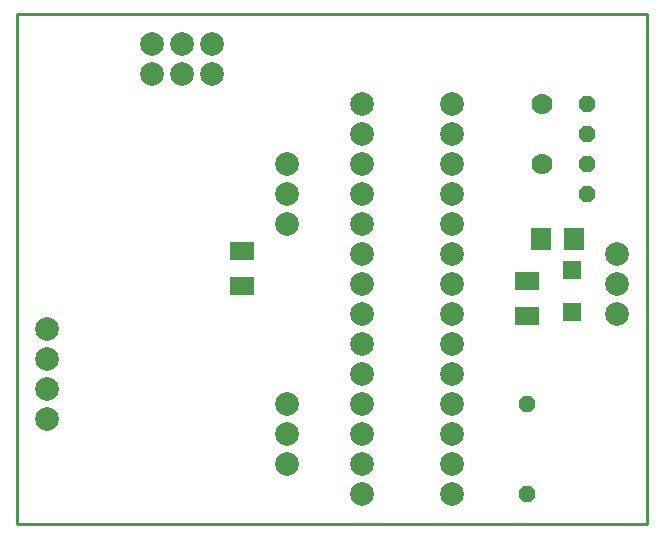
<source format=gts>
G75*
%MOIN*%
%OFA0B0*%
%FSLAX25Y25*%
%IPPOS*%
%LPD*%
%AMOC8*
5,1,8,0,0,1.08239X$1,22.5*
%
%ADD10C,0.01000*%
%ADD11R,0.08374X0.06406*%
%ADD12C,0.07900*%
%ADD13OC8,0.05300*%
%ADD14C,0.07000*%
%ADD15R,0.06799X0.07587*%
%ADD16R,0.06406X0.06406*%
D10*
X0001800Y0071500D02*
X0001800Y0241500D01*
X0211800Y0241500D01*
X0211800Y0071500D01*
X0001800Y0071500D01*
D11*
X0076800Y0150594D03*
X0076800Y0162406D03*
X0171800Y0152406D03*
X0171800Y0140594D03*
D12*
X0146800Y0141500D03*
X0146800Y0131500D03*
X0146800Y0121500D03*
X0146800Y0111500D03*
X0146800Y0101500D03*
X0146800Y0091500D03*
X0146800Y0081500D03*
X0116800Y0081500D03*
X0116800Y0091500D03*
X0116800Y0101500D03*
X0116800Y0111500D03*
X0116800Y0121500D03*
X0116800Y0131500D03*
X0116800Y0141500D03*
X0116800Y0151500D03*
X0116800Y0161500D03*
X0116800Y0171500D03*
X0116800Y0181500D03*
X0116800Y0191500D03*
X0116800Y0201500D03*
X0116800Y0211500D03*
X0091800Y0191500D03*
X0091800Y0181500D03*
X0091800Y0171500D03*
X0066800Y0221500D03*
X0066800Y0231500D03*
X0056800Y0231500D03*
X0056800Y0221500D03*
X0046800Y0221500D03*
X0046800Y0231500D03*
X0011800Y0136500D03*
X0011800Y0126500D03*
X0011800Y0116500D03*
X0011800Y0106500D03*
X0091800Y0101500D03*
X0091800Y0091500D03*
X0091800Y0111500D03*
X0146800Y0151500D03*
X0146800Y0161500D03*
X0146800Y0171500D03*
X0146800Y0181500D03*
X0146800Y0191500D03*
X0146800Y0201500D03*
X0146800Y0211500D03*
X0201800Y0161500D03*
X0201800Y0151500D03*
X0201800Y0141500D03*
D13*
X0171800Y0111500D03*
X0171800Y0081500D03*
X0191800Y0181500D03*
X0191800Y0191500D03*
X0191800Y0201500D03*
X0191800Y0211500D03*
D14*
X0176800Y0211500D03*
X0176800Y0191500D03*
D15*
X0176288Y0166500D03*
X0187312Y0166500D03*
D16*
X0186800Y0155890D03*
X0186800Y0142110D03*
M02*

</source>
